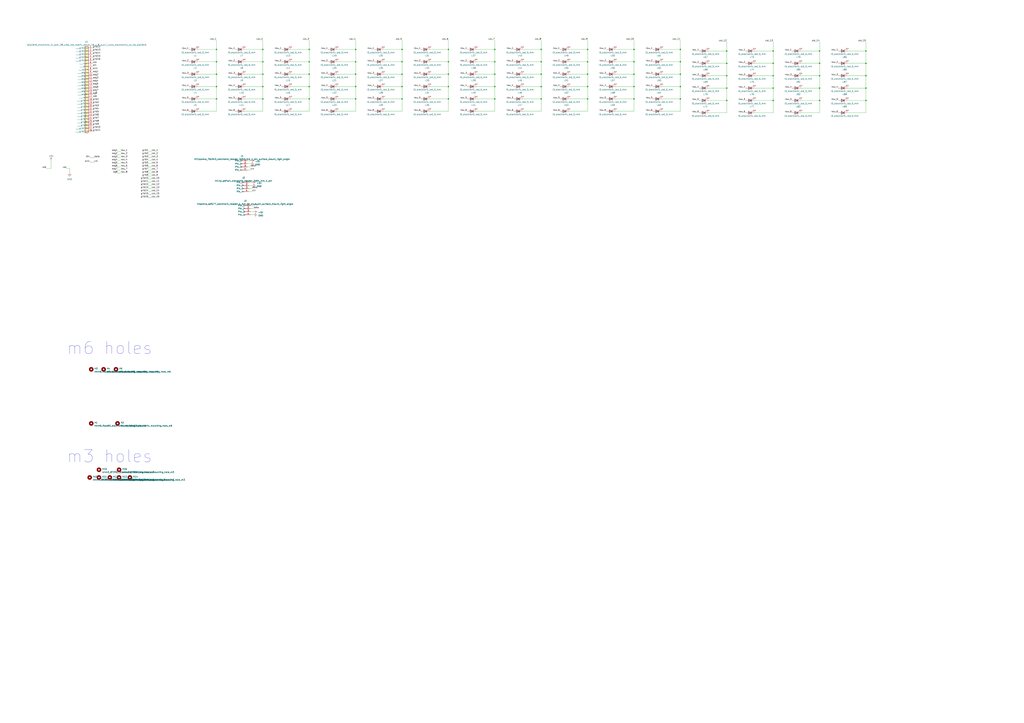
<source format=kicad_sch>
(kicad_sch (version 20230121) (generator eeschema)
  (paper "A1")
  (junction (at 330.2 71.12))
  (junction (at 482.6 81.28))
  (junction (at 673.1 82.55))
  (junction (at 330.2 81.28))
  (junction (at 330.2 50.8))
  (junction (at 368.3 71.12))
  (junction (at 520.7 60.96))
  (junction (at 254 40.64))
  (junction (at 177.8 60.96))
  (junction (at 368.3 81.28))
  (junction (at 482.6 40.64))
  (junction (at 520.7 81.28))
  (junction (at 177.8 71.12))
  (junction (at 177.8 81.28))
  (junction (at 292.1 60.96))
  (junction (at 368.3 40.64))
  (junction (at 444.5 60.96))
  (junction (at 635 52.07))
  (junction (at 215.9 81.28))
  (junction (at 482.6 71.12))
  (junction (at 711.2 72.39))
  (junction (at 482.6 60.96))
  (junction (at 596.9 41.91))
  (junction (at 596.9 62.23))
  (junction (at 711.2 52.07))
  (junction (at 673.1 72.39))
  (junction (at 368.3 50.8))
  (junction (at 520.7 71.12))
  (junction (at 177.8 40.64))
  (junction (at 330.2 40.64))
  (junction (at 254 81.28))
  (junction (at 215.9 60.96))
  (junction (at 292.1 50.8))
  (junction (at 558.8 71.12))
  (junction (at 482.6 50.8))
  (junction (at 558.8 60.96))
  (junction (at 330.2 60.96))
  (junction (at 673.1 52.07))
  (junction (at 406.4 81.28))
  (junction (at 596.9 52.07))
  (junction (at 520.7 40.64))
  (junction (at 711.2 41.91))
  (junction (at 635 41.91))
  (junction (at 635 82.55))
  (junction (at 635 62.23))
  (junction (at 444.5 81.28))
  (junction (at 558.8 81.28))
  (junction (at 673.1 41.91))
  (junction (at 444.5 40.64))
  (junction (at 558.8 50.8))
  (junction (at 292.1 40.64))
  (junction (at 254 50.8))
  (junction (at 292.1 71.12))
  (junction (at 215.9 40.64))
  (junction (at 444.5 50.8))
  (junction (at 558.8 40.64))
  (junction (at 292.1 81.28))
  (junction (at 368.3 60.96))
  (junction (at 177.8 50.8))
  (junction (at 673.1 62.23))
  (junction (at 711.2 62.23))
  (junction (at 406.4 50.8))
  (junction (at 444.5 71.12))
  (junction (at 635 72.39))
  (junction (at 215.9 50.8))
  (junction (at 406.4 40.64))
  (junction (at 520.7 50.8))
  (junction (at 596.9 72.39))
  (junction (at 254 60.96))
  (junction (at 406.4 60.96))
  (junction (at 254 71.12))
  (junction (at 215.9 71.12))
  (junction (at 406.4 71.12))
  (junction (at 711.2 82.55))
  (junction (at 596.9 82.55))
  (wire (pts (xy 482.6 50.8) (xy 482.6 60.96)))
  (wire (pts (xy 96.52 137.16) (xy 99.06 137.16)))
  (wire (pts (xy 96.52 129.54) (xy 99.06 129.54)))
  (wire (pts (xy 121.92 134.62) (xy 124.46 134.62)))
  (wire (pts (xy 276.86 40.64) (xy 292.1 40.64)))
  (wire (pts (xy 558.8 50.8) (xy 558.8 60.96)))
  (wire (pts (xy 406.4 40.64) (xy 406.4 50.8)))
  (wire (pts (xy 121.92 129.54) (xy 124.46 129.54)))
  (wire (pts (xy 391.16 40.64) (xy 406.4 40.64)))
  (wire (pts (xy 353.06 81.28) (xy 368.3 81.28)))
  (wire (pts (xy 505.46 50.8) (xy 520.7 50.8)))
  (wire (pts (xy 558.8 40.64) (xy 558.8 50.8)))
  (wire (pts (xy 482.6 71.12) (xy 482.6 81.28)))
  (wire (pts (xy 330.2 33.02) (xy 330.2 40.64)))
  (wire (pts (xy 292.1 40.64) (xy 292.1 50.8)))
  (wire (pts (xy 215.9 33.02) (xy 215.9 40.64)))
  (wire (pts (xy 215.9 81.28) (xy 215.9 91.44)))
  (wire (pts (xy 177.8 40.64) (xy 177.8 50.8)))
  (wire (pts (xy 203.2 137.16) (xy 205.74 137.16)))
  (wire (pts (xy 505.46 71.12) (xy 520.7 71.12)))
  (wire (pts (xy 635 62.23) (xy 635 72.39)))
  (wire (pts (xy 482.6 33.02) (xy 482.6 40.64)))
  (wire (pts (xy 635 82.55) (xy 635 92.71)))
  (wire (pts (xy 177.8 60.96) (xy 177.8 71.12)))
  (wire (pts (xy 657.86 62.23) (xy 673.1 62.23)))
  (wire (pts (xy 353.06 40.64) (xy 368.3 40.64)))
  (wire (pts (xy 177.8 71.12) (xy 177.8 81.28)))
  (wire (pts (xy 406.4 91.44) (xy 391.16 91.44)))
  (wire (pts (xy 543.56 50.8) (xy 558.8 50.8)))
  (wire (pts (xy 121.92 127) (xy 124.46 127)))
  (wire (pts (xy 57.15 142.24) (xy 57.15 138.43)))
  (wire (pts (xy 205.74 168.91) (xy 208.28 168.91)))
  (wire (pts (xy 520.7 40.64) (xy 520.7 50.8)))
  (wire (pts (xy 314.96 81.28) (xy 330.2 81.28)))
  (wire (pts (xy 73.66 133.35) (xy 77.47 133.35)))
  (wire (pts (xy 162.56 60.96) (xy 177.8 60.96)))
  (wire (pts (xy 543.56 40.64) (xy 558.8 40.64)))
  (wire (pts (xy 205.74 173.99) (xy 208.28 173.99)))
  (wire (pts (xy 254 81.28) (xy 254 91.44)))
  (wire (pts (xy 673.1 82.55) (xy 673.1 92.71)))
  (wire (pts (xy 520.7 33.02) (xy 520.7 40.64)))
  (wire (pts (xy 391.16 81.28) (xy 406.4 81.28)))
  (wire (pts (xy 215.9 60.96) (xy 215.9 71.12)))
  (wire (pts (xy 558.8 81.28) (xy 558.8 91.44)))
  (wire (pts (xy 200.66 40.64) (xy 215.9 40.64)))
  (wire (pts (xy 596.9 92.71) (xy 581.66 92.71)))
  (wire (pts (xy 581.66 82.55) (xy 596.9 82.55)))
  (wire (pts (xy 406.4 50.8) (xy 406.4 60.96)))
  (wire (pts (xy 444.5 50.8) (xy 444.5 60.96)))
  (wire (pts (xy 238.76 50.8) (xy 254 50.8)))
  (wire (pts (xy 619.76 72.39) (xy 635 72.39)))
  (wire (pts (xy 203.2 132.08) (xy 205.74 132.08)))
  (wire (pts (xy 711.2 72.39) (xy 711.2 82.55)))
  (wire (pts (xy 429.26 40.64) (xy 444.5 40.64)))
  (wire (pts (xy 619.76 82.55) (xy 635 82.55)))
  (wire (pts (xy 711.2 52.07) (xy 711.2 62.23)))
  (wire (pts (xy 330.2 50.8) (xy 330.2 60.96)))
  (wire (pts (xy 520.7 50.8) (xy 520.7 60.96)))
  (wire (pts (xy 353.06 71.12) (xy 368.3 71.12)))
  (wire (pts (xy 467.36 40.64) (xy 482.6 40.64)))
  (wire (pts (xy 520.7 60.96) (xy 520.7 71.12)))
  (wire (pts (xy 673.1 52.07) (xy 673.1 62.23)))
  (wire (pts (xy 406.4 81.28) (xy 406.4 91.44)))
  (wire (pts (xy 238.76 81.28) (xy 254 81.28)))
  (wire (pts (xy 619.76 41.91) (xy 635 41.91)))
  (wire (pts (xy 238.76 60.96) (xy 254 60.96)))
  (wire (pts (xy 200.66 50.8) (xy 215.9 50.8)))
  (wire (pts (xy 353.06 60.96) (xy 368.3 60.96)))
  (wire (pts (xy 673.1 92.71) (xy 657.86 92.71)))
  (wire (pts (xy 406.4 71.12) (xy 406.4 81.28)))
  (wire (pts (xy 444.5 81.28) (xy 444.5 91.44)))
  (wire (pts (xy 121.92 160.02) (xy 124.46 160.02)))
  (wire (pts (xy 596.9 82.55) (xy 596.9 92.71)))
  (wire (pts (xy 635 92.71) (xy 619.76 92.71)))
  (wire (pts (xy 254 91.44) (xy 238.76 91.44)))
  (wire (pts (xy 330.2 71.12) (xy 330.2 81.28)))
  (wire (pts (xy 406.4 60.96) (xy 406.4 71.12)))
  (wire (pts (xy 444.5 71.12) (xy 444.5 81.28)))
  (wire (pts (xy 204.47 152.4) (xy 207.01 152.4)))
  (wire (pts (xy 520.7 81.28) (xy 520.7 91.44)))
  (wire (pts (xy 368.3 40.64) (xy 368.3 50.8)))
  (wire (pts (xy 121.92 149.86) (xy 124.46 149.86)))
  (wire (pts (xy 673.1 41.91) (xy 673.1 52.07)))
  (wire (pts (xy 673.1 72.39) (xy 673.1 82.55)))
  (wire (pts (xy 543.56 71.12) (xy 558.8 71.12)))
  (wire (pts (xy 505.46 60.96) (xy 520.7 60.96)))
  (wire (pts (xy 200.66 60.96) (xy 215.9 60.96)))
  (wire (pts (xy 330.2 40.64) (xy 330.2 50.8)))
  (wire (pts (xy 121.92 139.7) (xy 124.46 139.7)))
  (wire (pts (xy 635 52.07) (xy 635 62.23)))
  (wire (pts (xy 596.9 34.29) (xy 596.9 41.91)))
  (wire (pts (xy 558.8 91.44) (xy 543.56 91.44)))
  (wire (pts (xy 254 33.02) (xy 254 40.64)))
  (wire (pts (xy 581.66 72.39) (xy 596.9 72.39)))
  (wire (pts (xy 96.52 124.46) (xy 99.06 124.46)))
  (wire (pts (xy 330.2 81.28) (xy 330.2 91.44)))
  (wire (pts (xy 635 41.91) (xy 635 52.07)))
  (wire (pts (xy 177.8 50.8) (xy 177.8 60.96)))
  (wire (pts (xy 482.6 91.44) (xy 467.36 91.44)))
  (wire (pts (xy 558.8 33.02) (xy 558.8 40.64)))
  (wire (pts (xy 429.26 81.28) (xy 444.5 81.28)))
  (wire (pts (xy 482.6 40.64) (xy 482.6 50.8)))
  (wire (pts (xy 673.1 62.23) (xy 673.1 72.39)))
  (wire (pts (xy 204.47 154.94) (xy 207.01 154.94)))
  (wire (pts (xy 695.96 52.07) (xy 711.2 52.07)))
  (wire (pts (xy 368.3 50.8) (xy 368.3 60.96)))
  (wire (pts (xy 406.4 33.02) (xy 406.4 40.64)))
  (wire (pts (xy 121.92 152.4) (xy 124.46 152.4)))
  (wire (pts (xy 96.52 134.62) (xy 99.06 134.62)))
  (wire (pts (xy 292.1 71.12) (xy 292.1 81.28)))
  (wire (pts (xy 204.47 157.48) (xy 207.01 157.48)))
  (wire (pts (xy 96.52 142.24) (xy 99.06 142.24)))
  (wire (pts (xy 121.92 147.32) (xy 124.46 147.32)))
  (wire (pts (xy 238.76 40.64) (xy 254 40.64)))
  (wire (pts (xy 254 60.96) (xy 254 71.12)))
  (wire (pts (xy 177.8 91.44) (xy 162.56 91.44)))
  (wire (pts (xy 711.2 82.55) (xy 711.2 92.71)))
  (wire (pts (xy 200.66 71.12) (xy 215.9 71.12)))
  (wire (pts (xy 314.96 50.8) (xy 330.2 50.8)))
  (wire (pts (xy 276.86 81.28) (xy 292.1 81.28)))
  (wire (pts (xy 581.66 41.91) (xy 596.9 41.91)))
  (wire (pts (xy 444.5 60.96) (xy 444.5 71.12)))
  (wire (pts (xy 482.6 81.28) (xy 482.6 91.44)))
  (wire (pts (xy 200.66 81.28) (xy 215.9 81.28)))
  (wire (pts (xy 391.16 50.8) (xy 406.4 50.8)))
  (wire (pts (xy 505.46 40.64) (xy 520.7 40.64)))
  (wire (pts (xy 429.26 50.8) (xy 444.5 50.8)))
  (wire (pts (xy 657.86 41.91) (xy 673.1 41.91)))
  (wire (pts (xy 695.96 41.91) (xy 711.2 41.91)))
  (wire (pts (xy 41.91 138.43) (xy 38.1 138.43)))
  (wire (pts (xy 205.74 176.53) (xy 208.28 176.53)))
  (wire (pts (xy 391.16 71.12) (xy 406.4 71.12)))
  (wire (pts (xy 429.26 60.96) (xy 444.5 60.96)))
  (wire (pts (xy 121.92 154.94) (xy 124.46 154.94)))
  (wire (pts (xy 368.3 60.96) (xy 368.3 71.12)))
  (wire (pts (xy 368.3 71.12) (xy 368.3 81.28)))
  (wire (pts (xy 467.36 50.8) (xy 482.6 50.8)))
  (wire (pts (xy 121.92 162.56) (xy 124.46 162.56)))
  (wire (pts (xy 635 72.39) (xy 635 82.55)))
  (wire (pts (xy 711.2 41.91) (xy 711.2 52.07)))
  (wire (pts (xy 444.5 40.64) (xy 444.5 50.8)))
  (wire (pts (xy 657.86 72.39) (xy 673.1 72.39)))
  (wire (pts (xy 162.56 40.64) (xy 177.8 40.64)))
  (wire (pts (xy 177.8 33.02) (xy 177.8 40.64)))
  (wire (pts (xy 596.9 52.07) (xy 596.9 62.23)))
  (wire (pts (xy 467.36 60.96) (xy 482.6 60.96)))
  (wire (pts (xy 254 71.12) (xy 254 81.28)))
  (wire (pts (xy 558.8 71.12) (xy 558.8 81.28)))
  (wire (pts (xy 121.92 144.78) (xy 124.46 144.78)))
  (wire (pts (xy 276.86 60.96) (xy 292.1 60.96)))
  (wire (pts (xy 314.96 40.64) (xy 330.2 40.64)))
  (wire (pts (xy 205.74 171.45) (xy 208.28 171.45)))
  (wire (pts (xy 581.66 52.07) (xy 596.9 52.07)))
  (wire (pts (xy 254 40.64) (xy 254 50.8)))
  (wire (pts (xy 177.8 81.28) (xy 177.8 91.44)))
  (wire (pts (xy 215.9 91.44) (xy 200.66 91.44)))
  (wire (pts (xy 444.5 33.02) (xy 444.5 40.64)))
  (wire (pts (xy 353.06 50.8) (xy 368.3 50.8)))
  (wire (pts (xy 96.52 132.08) (xy 99.06 132.08)))
  (wire (pts (xy 41.91 132.08) (xy 41.91 138.43)))
  (wire (pts (xy 505.46 81.28) (xy 520.7 81.28)))
  (wire (pts (xy 121.92 124.46) (xy 124.46 124.46)))
  (wire (pts (xy 238.76 71.12) (xy 254 71.12)))
  (wire (pts (xy 254 50.8) (xy 254 60.96)))
  (wire (pts (xy 162.56 50.8) (xy 177.8 50.8)))
  (wire (pts (xy 596.9 41.91) (xy 596.9 52.07)))
  (wire (pts (xy 96.52 139.7) (xy 99.06 139.7)))
  (wire (pts (xy 162.56 81.28) (xy 177.8 81.28)))
  (wire (pts (xy 711.2 92.71) (xy 695.96 92.71)))
  (wire (pts (xy 121.92 132.08) (xy 124.46 132.08)))
  (wire (pts (xy 73.66 129.54) (xy 77.47 129.54)))
  (wire (pts (xy 444.5 91.44) (xy 429.26 91.44)))
  (wire (pts (xy 330.2 91.44) (xy 314.96 91.44)))
  (wire (pts (xy 292.1 91.44) (xy 276.86 91.44)))
  (wire (pts (xy 543.56 81.28) (xy 558.8 81.28)))
  (wire (pts (xy 368.3 33.02) (xy 368.3 40.64)))
  (wire (pts (xy 215.9 50.8) (xy 215.9 60.96)))
  (wire (pts (xy 596.9 72.39) (xy 596.9 82.55)))
  (wire (pts (xy 276.86 71.12) (xy 292.1 71.12)))
  (wire (pts (xy 204.47 149.86) (xy 207.01 149.86)))
  (wire (pts (xy 162.56 71.12) (xy 177.8 71.12)))
  (wire (pts (xy 292.1 33.02) (xy 292.1 40.64)))
  (wire (pts (xy 482.6 60.96) (xy 482.6 71.12)))
  (wire (pts (xy 520.7 91.44) (xy 505.46 91.44)))
  (wire (pts (xy 635 34.29) (xy 635 41.91)))
  (wire (pts (xy 292.1 60.96) (xy 292.1 71.12)))
  (wire (pts (xy 619.76 52.07) (xy 635 52.07)))
  (wire (pts (xy 467.36 71.12) (xy 482.6 71.12)))
  (wire (pts (xy 695.96 62.23) (xy 711.2 62.23)))
  (wire (pts (xy 121.92 157.48) (xy 124.46 157.48)))
  (wire (pts (xy 673.1 34.29) (xy 673.1 41.91)))
  (wire (pts (xy 292.1 81.28) (xy 292.1 91.44)))
  (wire (pts (xy 657.86 52.07) (xy 673.1 52.07)))
  (wire (pts (xy 429.26 71.12) (xy 444.5 71.12)))
  (wire (pts (xy 203.2 134.62) (xy 205.74 134.62)))
  (wire (pts (xy 215.9 40.64) (xy 215.9 50.8)))
  (wire (pts (xy 619.76 62.23) (xy 635 62.23)))
  (wire (pts (xy 543.56 60.96) (xy 558.8 60.96)))
  (wire (pts (xy 368.3 81.28) (xy 368.3 91.44)))
  (wire (pts (xy 330.2 60.96) (xy 330.2 71.12)))
  (wire (pts (xy 292.1 50.8) (xy 292.1 60.96)))
  (wire (pts (xy 314.96 60.96) (xy 330.2 60.96)))
  (wire (pts (xy 276.86 50.8) (xy 292.1 50.8)))
  (wire (pts (xy 314.96 71.12) (xy 330.2 71.12)))
  (wire (pts (xy 581.66 62.23) (xy 596.9 62.23)))
  (wire (pts (xy 711.2 34.29) (xy 711.2 41.91)))
  (wire (pts (xy 520.7 71.12) (xy 520.7 81.28)))
  (wire (pts (xy 695.96 82.55) (xy 711.2 82.55)))
  (wire (pts (xy 711.2 62.23) (xy 711.2 72.39)))
  (wire (pts (xy 596.9 62.23) (xy 596.9 72.39)))
  (wire (pts (xy 558.8 60.96) (xy 558.8 71.12)))
  (wire (pts (xy 121.92 137.16) (xy 124.46 137.16)))
  (wire (pts (xy 215.9 71.12) (xy 215.9 81.28)))
  (wire (pts (xy 203.2 139.7) (xy 205.74 139.7)))
  (wire (pts (xy 121.92 142.24) (xy 124.46 142.24)))
  (wire (pts (xy 657.86 82.55) (xy 673.1 82.55)))
  (wire (pts (xy 695.96 72.39) (xy 711.2 72.39)))
  (wire (pts (xy 467.36 81.28) (xy 482.6 81.28)))
  (wire (pts (xy 57.15 138.43) (xy 54.61 138.43)))
  (wire (pts (xy 368.3 91.44) (xy 353.06 91.44)))
  (wire (pts (xy 391.16 60.96) (xy 406.4 60.96)))
  (wire (pts (xy 96.52 127) (xy 99.06 127)))
  (text "m6 holes" (at 54.61 292.1 0) (effects (font (size 10 10)) (justify left bottom)))
  (text "m3 holes" (at 54.61 381 0) (effects (font (size 10 10)) (justify left bottom)))
  (label "grid13" (at 76.2 41.91 0))
  (label "seg3" (at 96.52 129.54 180))
  (label "clk" (at 207.01 157.48 0))
  (label "row_5" (at 307.34 81.28 180))
  (label "col_15" (at 711.2 34.29 180))
  (label "row_6" (at 345.44 91.44 180))
  (label "vdd" (at 38.1 138.43 180))
  (label "row_2" (at 383.54 50.8 180))
  (label "grid11" (at 76.2 107.95 0))
  (label "row_3" (at 650.24 62.23 180))
  (label "row_4" (at 688.34 72.39 180))
  (label "row_2" (at 535.94 50.8 180))
  (label "row_4" (at 497.84 71.12 180))
  (label "grid14" (at 121.92 157.48 180))
  (label "row_5" (at 231.14 81.28 180))
  (label "col_5" (at 330.2 33.02 180))
  (label "grid5" (at 76.2 92.71 0))
  (label "grid3" (at 121.92 129.54 180))
  (label "row_8" (at 99.06 142.24 0))
  (label "row_6" (at 650.24 92.71 180))
  (label "row_1" (at 574.04 41.91 180))
  (label "row_1" (at 459.74 40.64 180))
  (label "vss" (at 76.2 52.07 0))
  (label "grid15" (at 76.2 46.99 0))
  (label "col_8" (at 124.46 142.24 0))
  (label "grid16" (at 76.2 49.53 0))
  (label "row_1" (at 154.94 40.64 180))
  (label "grid4" (at 121.92 132.08 180))
  (label "row_4" (at 231.14 71.12 180))
  (label "seg5" (at 96.52 134.62 180))
  (label "grid10" (at 76.2 105.41 0))
  (label "row_3" (at 497.84 60.96 180))
  (label "clk" (at 77.47 133.35 0))
  (label "row_1" (at 269.24 40.64 180))
  (label "row_6" (at 99.06 137.16 0))
  (label "row_3" (at 193.04 60.96 180))
  (label "row_3" (at 345.44 60.96 180))
  (label "row_6" (at 231.14 91.44 180))
  (label "row_5" (at 154.94 81.28 180))
  (label "clk" (at 205.74 139.7 0))
  (label "row_6" (at 269.24 91.44 180))
  (label "col_10" (at 520.7 33.02 180))
  (label "row_4" (at 459.74 71.12 180))
  (label "seg6" (at 76.2 72.39 0))
  (label "grid5" (at 121.92 134.62 180))
  (label "sclk" (at 73.66 133.35 180))
  (label "row_6" (at 497.84 91.44 180))
  (label "din" (at 76.2 54.61 0))
  (label "row_1" (at 345.44 40.64 180))
  (label "col_7" (at 124.46 139.7 0))
  (label "row_6" (at 307.34 91.44 180))
  (label "grid8" (at 76.2 100.33 0))
  (label "col_16" (at 124.46 162.56 0))
  (label "seg7" (at 96.52 139.7 180))
  (label "row_3" (at 688.34 62.23 180))
  (label "data" (at 77.47 129.54 0))
  (label "col_9" (at 482.6 33.02 180))
  (label "row_5" (at 421.64 81.28 180))
  (label "row_2" (at 688.34 52.07 180))
  (label "row_3" (at 612.14 62.23 180))
  (label "col_1" (at 124.46 124.46 0))
  (label "row_4" (at 154.94 71.12 180))
  (label "grid12" (at 76.2 39.37 0))
  (label "col_14" (at 124.46 157.48 0))
  (label "col_12" (at 596.9 34.29 180))
  (label "seg7" (at 76.2 74.93 0))
  (label "col_15" (at 124.46 160.02 0))
  (label "row_5" (at 269.24 81.28 180))
  (label "grid9" (at 76.2 102.87 0))
  (label "row_3" (at 269.24 60.96 180))
  (label "row_4" (at 535.94 71.12 180))
  (label "grid7" (at 76.2 97.79 0))
  (label "col_7" (at 406.4 33.02 180))
  (label "row_1" (at 193.04 40.64 180))
  (label "col_14" (at 673.1 34.29 180))
  (label "col_3" (at 254 33.02 180))
  (label "row_3" (at 231.14 60.96 180))
  (label "row_2" (at 269.24 50.8 180))
  (label "seg2" (at 96.52 127 180))
  (label "grid4" (at 76.2 90.17 0))
  (label "col_8" (at 444.5 33.02 180))
  (label "row_2" (at 421.64 50.8 180))
  (label "row_6" (at 193.04 91.44 180))
  (label "row_4" (at 650.24 72.39 180))
  (label "col_4" (at 292.1 33.02 180))
  (label "row_1" (at 535.94 40.64 180))
  (label "row_1" (at 231.14 40.64 180))
  (label "row_7" (at 99.06 139.7 0))
  (label "col_6" (at 368.3 33.02 180))
  (label "row_2" (at 459.74 50.8 180))
  (label "row_6" (at 383.54 91.44 180))
  (label "col_1" (at 177.8 33.02 180))
  (label "col_13" (at 635 34.29 180))
  (label "grid2" (at 121.92 127 180))
  (label "grid12" (at 121.92 152.4 180))
  (label "grid6" (at 121.92 137.16 180))
  (label "row_5" (at 383.54 81.28 180))
  (label "row_2" (at 574.04 52.07 180))
  (label "row_1" (at 421.64 40.64 180))
  (label "grid1" (at 76.2 82.55 0))
  (label "row_5" (at 497.84 81.28 180))
  (label "col_13" (at 124.46 154.94 0))
  (label "row_5" (at 612.14 82.55 180))
  (label "grid6" (at 76.2 95.25 0))
  (label "row_4" (at 383.54 71.12 180))
  (label "row_4" (at 193.04 71.12 180))
  (label "row_4" (at 421.64 71.12 180))
  (label "row_4" (at 612.14 72.39 180))
  (label "row_3" (at 99.06 129.54 0))
  (label "grid10" (at 121.92 147.32 180))
  (label "col_11" (at 124.46 149.86 0))
  (label "grid8" (at 121.92 142.24 180))
  (label "seg1" (at 96.52 124.46 180))
  (label "row_4" (at 574.04 72.39 180))
  (label "grid13" (at 121.92 154.94 180))
  (label "data" (at 208.28 171.45 0))
  (label "seg4" (at 76.2 67.31 0))
  (label "grid9" (at 121.92 144.78 180))
  (label "row_1" (at 612.14 41.91 180))
  (label "grid2" (at 76.2 85.09 0))
  (label "data" (at 207.01 154.94 0))
  (label "row_3" (at 154.94 60.96 180))
  (label "grid1" (at 121.92 124.46 180))
  (label "row_4" (at 307.34 71.12 180))
  (label "sclk" (at 76.2 57.15 0))
  (label "row_5" (at 650.24 82.55 180))
  (label "row_1" (at 383.54 40.64 180))
  (label "row_6" (at 421.64 91.44 180))
  (label "row_4" (at 345.44 71.12 180))
  (label "row_5" (at 574.04 82.55 180))
  (label "row_3" (at 383.54 60.96 180))
  (label "row_5" (at 193.04 81.28 180))
  (label "col_6" (at 124.46 137.16 0))
  (label "grid11" (at 121.92 149.86 180))
  (label "row_6" (at 688.34 92.71 180))
  (label "vdd" (at 76.2 80.01 0))
  (label "row_4" (at 99.06 132.08 0))
  (label "row_5" (at 535.94 81.28 180))
  (label "row_5" (at 688.34 82.55 180))
  (label "row_6" (at 574.04 92.71 180))
  (label "row_3" (at 574.04 62.23 180))
  (label "row_2" (at 99.06 127 0))
  (label "row_1" (at 307.34 40.64 180))
  (label "seg6" (at 96.52 137.16 180))
  (label "data" (at 205.74 137.16 0))
  (label "row_6" (at 612.14 92.71 180))
  (label "seg3" (at 76.2 64.77 0))
  (label "vss" (at 54.61 138.43 180))
  (label "grid7" (at 121.92 139.7 180))
  (label "col_5" (at 124.46 134.62 0))
  (label "din" (at 73.66 129.54 180))
  (label "seg5" (at 76.2 69.85 0))
  (label "grid16" (at 121.92 162.56 180))
  (label "seg4" (at 96.52 132.08 180))
  (label "col_2" (at 215.9 33.02 180))
  (label "grid15" (at 121.92 160.02 180))
  (label "col_2" (at 124.46 127 0))
  (label "row_5" (at 459.74 81.28 180))
  (label "row_2" (at 345.44 50.8 180))
  (label "col_11" (at 558.8 33.02 180))
  (label "grid3" (at 76.2 87.63 0))
  (label "row_1" (at 650.24 41.91 180))
  (label "row_5" (at 99.06 134.62 0))
  (label "row_6" (at 459.74 91.44 180))
  (label "row_1" (at 497.84 40.64 180))
  (label "col_4" (at 124.46 132.08 0))
  (label "eg8" (at 76.2 77.47 0))
  (label "row_2" (at 231.14 50.8 180))
  (label "row_3" (at 307.34 60.96 180))
  (label "row_2" (at 650.24 52.07 180))
  (label "col_3" (at 124.46 129.54 0))
  (label "seg1" (at 76.2 59.69 0))
  (label "grid14" (at 76.2 44.45 0))
  (label "col_12" (at 124.46 152.4 0))
  (label "row_4" (at 269.24 71.12 180))
  (label "row_3" (at 459.74 60.96 180))
  (label "row_2" (at 154.94 50.8 180))
  (label "row_6" (at 154.94 91.44 180))
  (label "eg8" (at 96.52 142.24 180))
  (label "row_2" (at 193.04 50.8 180))
  (label "row_1" (at 99.06 124.46 0))
  (label "col_10" (at 124.46 147.32 0))
  (label "row_3" (at 535.94 60.96 180))
  (label "row_2" (at 307.34 50.8 180))
  (label "row_3" (at 421.64 60.96 180))
  (label "clk" (at 208.28 168.91 0))
  (label "row_5" (at 345.44 81.28 180))
  (label "row_1" (at 688.34 41.91 180))
  (label "row_2" (at 497.84 50.8 180))
  (label "row_2" (at 612.14 52.07 180))
  (label "row_6" (at 535.94 91.44 180))
  (label "col_9" (at 124.46 144.78 0))
  (label "seg2" (at 76.2 62.23 0))
  (symbol (lib_id "oomlout_oomp_kicad_symbols:l5_7297cd_electronic_led_5_mm") (at 425.45 50.8 180) (unit 1)
    (property "Reference" "L44" (at 427.0375 55.88 0))
    (property "Value" "l5_electronic_led_5_mm" (at 427.0375 53.34 0))
    (property "Footprint" "oomlout_oomp_footprints:l5_7297cd_electronic_led_5_mm" (effects hide))
    (property "Datasheet" "https://github.com/oomlout/oomlout_oomp_v3/parts/electronic_led_5_mm/datasheet.pdf" (effects hide))
  )
  (symbol (lib_id "oomlout_oomp_kicad_symbols:l5_7297cd_electronic_led_5_mm") (at 158.75 40.64 180) (unit 1)
    (property "Reference" "L1" (at 160.3375 45.72 0))
    (property "Value" "l5_electronic_led_5_mm" (at 160.3375 43.18 0))
    (property "Footprint" "oomlout_oomp_footprints:l5_7297cd_electronic_led_5_mm" (effects hide))
    (property "Datasheet" "https://github.com/oomlout/oomlout_oomp_v3/parts/electronic_led_5_mm/datasheet.pdf" (effects hide))
  )
  (symbol (lib_id "oomlout_oomp_kicad_symbols:l5_7297cd_electronic_led_5_mm") (at 539.75 81.28 180) (unit 1)
    (property "Reference" "L65" (at 541.3375 86.36 0))
    (property "Value" "l5_electronic_led_5_mm" (at 541.3375 83.82 0))
    (property "Footprint" "oomlout_oomp_footprints:l5_7297cd_electronic_led_5_mm" (effects hide))
    (property "Datasheet" "https://github.com/oomlout/oomlout_oomp_v3/parts/electronic_led_5_mm/datasheet.pdf" (effects hide))
  )
  (symbol (lib_id "oomlout_oomp_kicad_symbols:mhm6_fbea65_electronic_mounting_hole_m6") (at 74.93 303.53 0) (unit 1)
    (property "Reference" "H3" (at 77.47 302.895 0) (effects (justify left)))
    (property "Value" "mhm6_fbea65_electronic_mounting_hole_m6" (at 77.47 305.435 0) (effects (justify left)))
    (property "Footprint" "oomlout_oomp_footprints:mhm6_fbea65_electronic_mounting_hole_m6" (effects hide))
    (property "Datasheet" "https://github.com/oomlout/oomlout_oomp_v3/parts/electronic_mounting_hole_m6/datasheet.pdf" (effects hide))
  )
  (symbol (lib_id "oomlout_oomp_kicad_symbols:l5_7297cd_electronic_led_5_mm") (at 501.65 50.8 180) (unit 1)
    (property "Reference" "L56" (at 503.2375 55.88 0))
    (property "Value" "l5_electronic_led_5_mm" (at 503.2375 53.34 0))
    (property "Footprint" "oomlout_oomp_footprints:l5_7297cd_electronic_led_5_mm" (effects hide))
    (property "Datasheet" "https://github.com/oomlout/oomlout_oomp_v3/parts/electronic_led_5_mm/datasheet.pdf" (effects hide))
  )
  (symbol (lib_id "oomlout_oomp_kicad_symbols:l5_7297cd_electronic_led_5_mm") (at 311.15 40.64 180) (unit 1)
    (property "Reference" "L25" (at 312.7375 45.72 0))
    (property "Value" "l5_electronic_led_5_mm" (at 312.7375 43.18 0))
    (property "Footprint" "oomlout_oomp_footprints:l5_7297cd_electronic_led_5_mm" (effects hide))
    (property "Datasheet" "https://github.com/oomlout/oomlout_oomp_v3/parts/electronic_led_5_mm/datasheet.pdf" (effects hide))
  )
  (symbol (lib_id "oomlout_oomp_kicad_symbols:mhm6_fbea65_electronic_mounting_hole_m6") (at 85.09 303.53 0) (unit 1)
    (property "Reference" "H4" (at 87.63 302.895 0) (effects (justify left)))
    (property "Value" "mhm6_fbea65_electronic_mounting_hole_m6" (at 87.63 305.435 0) (effects (justify left)))
    (property "Footprint" "oomlout_oomp_footprints:mhm6_fbea65_electronic_mounting_hole_m6" (effects hide))
    (property "Datasheet" "https://github.com/oomlout/oomlout_oomp_v3/parts/electronic_mounting_hole_m6/datasheet.pdf" (effects hide))
  )
  (symbol (lib_id "oomlout_oomp_kicad_symbols:l5_7297cd_electronic_led_5_mm") (at 349.25 71.12 180) (unit 1)
    (property "Reference" "L34" (at 350.8375 76.2 0))
    (property "Value" "l5_electronic_led_5_mm" (at 350.8375 73.66 0))
    (property "Footprint" "oomlout_oomp_footprints:l5_7297cd_electronic_led_5_mm" (effects hide))
    (property "Datasheet" "https://github.com/oomlout/oomlout_oomp_v3/parts/electronic_led_5_mm/datasheet.pdf" (effects hide))
  )
  (symbol (lib_id "oomlout_oomp_kicad_symbols:l5_7297cd_electronic_led_5_mm") (at 234.95 71.12 180) (unit 1)
    (property "Reference" "L16" (at 236.5375 76.2 0))
    (property "Value" "l5_electronic_led_5_mm" (at 236.5375 73.66 0))
    (property "Footprint" "oomlout_oomp_footprints:l5_7297cd_electronic_led_5_mm" (effects hide))
    (property "Datasheet" "https://github.com/oomlout/oomlout_oomp_v3/parts/electronic_led_5_mm/datasheet.pdf" (effects hide))
  )
  (symbol (lib_id "oomlout_oomp_kicad_symbols:l5_7297cd_electronic_led_5_mm") (at 273.05 50.8 180) (unit 1)
    (property "Reference" "L20" (at 274.6375 55.88 0))
    (property "Value" "l5_electronic_led_5_mm" (at 274.6375 53.34 0))
    (property "Footprint" "oomlout_oomp_footprints:l5_7297cd_electronic_led_5_mm" (effects hide))
    (property "Datasheet" "https://github.com/oomlout/oomlout_oomp_v3/parts/electronic_led_5_mm/datasheet.pdf" (effects hide))
  )
  (symbol (lib_id "power:+5V") (at 41.91 132.08 0) (unit 1)
    (property "Reference" "#PWR01" (effects hide))
    (property "Value" "+5V" (at 41.91 128.27 0))
  )
  (symbol (lib_id "oomlout_oomp_kicad_symbols:l5_7297cd_electronic_led_5_mm") (at 539.75 71.12 180) (unit 1)
    (property "Reference" "L64" (at 541.3375 76.2 0))
    (property "Value" "l5_electronic_led_5_mm" (at 541.3375 73.66 0))
    (property "Footprint" "oomlout_oomp_footprints:l5_7297cd_electronic_led_5_mm" (effects hide))
    (property "Datasheet" "https://github.com/oomlout/oomlout_oomp_v3/parts/electronic_led_5_mm/datasheet.pdf" (effects hide))
  )
  (symbol (lib_id "oomlout_oomp_kicad_symbols:l5_7297cd_electronic_led_5_mm") (at 501.65 91.44 180) (unit 1)
    (property "Reference" "L60" (effects hide))
    (property "Value" "l5_electronic_led_5_mm" (at 503.2375 93.98 0))
    (property "Footprint" "oomlout_oomp_footprints:l5_7297cd_electronic_led_5_mm" (effects hide))
    (property "Datasheet" "https://github.com/oomlout/oomlout_oomp_v3/parts/electronic_led_5_mm/datasheet.pdf" (effects hide))
  )
  (symbol (lib_id "oomlout_oomp_kicad_symbols:l5_7297cd_electronic_led_5_mm") (at 654.05 82.55 180) (unit 1)
    (property "Reference" "L83" (at 655.6375 87.63 0))
    (property "Value" "l5_electronic_led_5_mm" (at 655.6375 85.09 0))
    (property "Footprint" "oomlout_oomp_footprints:l5_7297cd_electronic_led_5_mm" (effects hide))
    (property "Datasheet" "https://github.com/oomlout/oomlout_oomp_v3/parts/electronic_led_5_mm/datasheet.pdf" (effects hide))
  )
  (symbol (lib_id "oomlout_oomp_kicad_symbols:l5_7297cd_electronic_led_5_mm") (at 196.85 91.44 180) (unit 1)
    (property "Reference" "L12" (effects hide))
    (property "Value" "l5_electronic_led_5_mm" (at 198.4375 93.98 0))
    (property "Footprint" "oomlout_oomp_footprints:l5_7297cd_electronic_led_5_mm" (effects hide))
    (property "Datasheet" "https://github.com/oomlout/oomlout_oomp_v3/parts/electronic_led_5_mm/datasheet.pdf" (effects hide))
  )
  (symbol (lib_id "oomlout_oomp_kicad_symbols:mhm3_872f01_electronic_mounting_hole_m3") (at 97.79 386.08 0) (unit 1)
    (property "Reference" "H16" (at 100.33 385.445 0) (effects (justify left)))
    (property "Value" "mhm3_872f01_electronic_mounting_hole_m3" (at 100.33 387.985 0) (effects (justify left)))
    (property "Footprint" "oomlout_oomp_footprints:mhm3_872f01_electronic_mounting_hole_m3" (effects hide))
    (property "Datasheet" "https://github.com/oomlout/oomlout_oomp_v3/parts/electronic_mounting_hole_m3/datasheet.pdf" (effects hide))
  )
  (symbol (lib_id "oomlout_oomp_kicad_symbols:l5_7297cd_electronic_led_5_mm") (at 539.75 50.8 180) (unit 1)
    (property "Reference" "L62" (at 541.3375 55.88 0))
    (property "Value" "l5_electronic_led_5_mm" (at 541.3375 53.34 0))
    (property "Footprint" "oomlout_oomp_footprints:l5_7297cd_electronic_led_5_mm" (effects hide))
    (property "Datasheet" "https://github.com/oomlout/oomlout_oomp_v3/parts/electronic_led_5_mm/datasheet.pdf" (effects hide))
  )
  (symbol (lib_id "oomlout_oomp_kicad_symbols:l5_7297cd_electronic_led_5_mm") (at 577.85 41.91 180) (unit 1)
    (property "Reference" "L67" (at 579.4375 46.99 0))
    (property "Value" "l5_electronic_led_5_mm" (at 579.4375 44.45 0))
    (property "Footprint" "oomlout_oomp_footprints:l5_7297cd_electronic_led_5_mm" (effects hide))
    (property "Datasheet" "https://github.com/oomlout/oomlout_oomp_v3/parts/electronic_led_5_mm/datasheet.pdf" (effects hide))
  )
  (symbol (lib_id "oomlout_oomp_kicad_symbols:mhm3_872f01_electronic_mounting_hole_m3") (at 73.66 392.43 0) (unit 1)
    (property "Reference" "H10" (at 76.2 391.795 0) (effects (justify left)))
    (property "Value" "mhm3_872f01_electronic_mounting_hole_m3" (at 76.2 394.335 0) (effects (justify left)))
    (property "Footprint" "oomlout_oomp_footprints:mhm3_872f01_electronic_mounting_hole_m3" (effects hide))
    (property "Datasheet" "https://github.com/oomlout/oomlout_oomp_v3/parts/electronic_mounting_hole_m3/datasheet.pdf" (effects hide))
  )
  (symbol (lib_id "oomlout_oomp_kicad_symbols:l5_7297cd_electronic_led_5_mm") (at 539.75 91.44 180) (unit 1)
    (property "Reference" "L66" (effects hide))
    (property "Value" "l5_electronic_led_5_mm" (at 541.3375 93.98 0))
    (property "Footprint" "oomlout_oomp_footprints:l5_7297cd_electronic_led_5_mm" (effects hide))
    (property "Datasheet" "https://github.com/oomlout/oomlout_oomp_v3/parts/electronic_led_5_mm/datasheet.pdf" (effects hide))
  )
  (symbol (lib_id "oomlout_oomp_kicad_symbols:mhm6_fbea65_electronic_mounting_hole_m6") (at 74.93 347.98 0) (unit 1)
    (property "Reference" "H1" (at 77.47 347.345 0) (effects (justify left)))
    (property "Value" "mhm6_fbea65_electronic_mounting_hole_m6" (at 77.47 349.885 0) (effects (justify left)))
    (property "Footprint" "oomlout_oomp_footprints:mhm6_fbea65_electronic_mounting_hole_m6" (effects hide))
    (property "Datasheet" "https://github.com/oomlout/oomlout_oomp_v3/parts/electronic_mounting_hole_m6/datasheet.pdf" (effects hide))
  )
  (symbol (lib_id "oomlout_oomp_kicad_symbols:l5_7297cd_electronic_led_5_mm") (at 692.15 52.07 180) (unit 1)
    (property "Reference" "L86" (at 693.7375 57.15 0))
    (property "Value" "l5_electronic_led_5_mm" (at 693.7375 54.61 0))
    (property "Footprint" "oomlout_oomp_footprints:l5_7297cd_electronic_led_5_mm" (effects hide))
    (property "Datasheet" "https://github.com/oomlout/oomlout_oomp_v3/parts/electronic_led_5_mm/datasheet.pdf" (effects hide))
  )
  (symbol (lib_id "oomlout_oomp_kicad_symbols:h4psmra_adfe77_electronic_header_1_mm_jst_sh_4_pin_surface_mount_right_angle") (at 200.66 171.45 0) (unit 1)
    (property "Reference" "J3" (at 201.295 165.1 0))
    (property "Value" "h4psmra_adfe77_electronic_header_1_mm_jst_sh_4_pin_surface_mount_right_angle" (at 201.295 167.64 0))
    (property "Footprint" "oomlout_oomp_footprints:h4psmra_adfe77_electronic_header_1_mm_jst_sh_4_pin_surface_mount_right_angle" (effects hide))
    (property "Datasheet" "https://github.com/oomlout/oomlout_oomp_v3/parts/electronic_header_1_mm_jst_sh_4_pin_surface_mount_right_angle/datasheet.pdf" (effects hide))
  )
  (symbol (lib_id "oomlout_oomp_kicad_symbols:l5_7297cd_electronic_led_5_mm") (at 501.65 60.96 180) (unit 1)
    (property "Reference" "L57" (at 503.2375 66.04 0))
    (property "Value" "l5_electronic_led_5_mm" (at 503.2375 63.5 0))
    (property "Footprint" "oomlout_oomp_footprints:l5_7297cd_electronic_led_5_mm" (effects hide))
    (property "Datasheet" "https://github.com/oomlout/oomlout_oomp_v3/parts/electronic_led_5_mm/datasheet.pdf" (effects hide))
  )
  (symbol (lib_id "oomlout_oomp_kicad_symbols:iaip1640_fe0f02_electronic_ic_soic_28_wide_led_matrix_driver_16_x_8_wuxi_i_core_electronics_co_ltd_aip1640") (at 71.12 72.39 0) (mirror y) (unit 1)
    (property "Reference" "U1" (at 71.12 34.29 0))
    (property "Value" "iaip1640_electronic_ic_soic_28_wide_led_matrix_driver_16_x_8_wuxi_i_core_electronics_co_ltd_aip1640" (at 71.12 36.83 0))
    (property "Footprint" "oomlout_oomp_footprints:iaip1640_fe0f02_electronic_ic_soic_28_wide_led_matrix_driver_16_x_8_wuxi_i_core_electronics_co_ltd_aip1640" (effects hide))
    (property "Datasheet" "https://github.com/oomlout/oomlout_oomp_v3/parts/electronic_ic_soic_28_wide_led_matrix_driver_16_x_8_wuxi_i_core_electronics_co_ltd_aip1640/datasheet.pdf" (effects hide))
  )
  (symbol (lib_id "oomlout_oomp_kicad_symbols:l5_7297cd_electronic_led_5_mm") (at 158.75 91.44 180) (unit 1)
    (property "Reference" "L6" (effects hide))
    (property "Value" "l5_electronic_led_5_mm" (at 160.3375 93.98 0))
    (property "Footprint" "oomlout_oomp_footprints:l5_7297cd_electronic_led_5_mm" (effects hide))
    (property "Datasheet" "https://github.com/oomlout/oomlout_oomp_v3/parts/electronic_led_5_mm/datasheet.pdf" (effects hide))
  )
  (symbol (lib_id "power:+5V") (at 208.28 173.99 270) (unit 1)
    (property "Reference" "#PWR07" (effects hide))
    (property "Value" "+5V" (at 212.09 174.625 90) (effects (justify left)))
  )
  (symbol (lib_id "oomlout_oomp_kicad_symbols:l5_7297cd_electronic_led_5_mm") (at 349.25 91.44 180) (unit 1)
    (property "Reference" "L36" (effects hide))
    (property "Value" "l5_electronic_led_5_mm" (at 350.8375 93.98 0))
    (property "Footprint" "oomlout_oomp_footprints:l5_7297cd_electronic_led_5_mm" (effects hide))
    (property "Datasheet" "https://github.com/oomlout/oomlout_oomp_v3/parts/electronic_led_5_mm/datasheet.pdf" (effects hide))
  )
  (symbol (lib_id "oomlout_oomp_kicad_symbols:l5_7297cd_electronic_led_5_mm") (at 539.75 40.64 180) (unit 1)
    (property "Reference" "L61" (at 541.3375 45.72 0))
    (property "Value" "l5_electronic_led_5_mm" (at 541.3375 43.18 0))
    (property "Footprint" "oomlout_oomp_footprints:l5_7297cd_electronic_led_5_mm" (effects hide))
    (property "Datasheet" "https://github.com/oomlout/oomlout_oomp_v3/parts/electronic_led_5_mm/datasheet.pdf" (effects hide))
  )
  (symbol (lib_id "oomlout_oomp_kicad_symbols:mhm3_872f01_electronic_mounting_hole_m3") (at 81.28 392.43 0) (unit 1)
    (property "Reference" "H11" (at 83.82 391.795 0) (effects (justify left)))
    (property "Value" "mhm3_872f01_electronic_mounting_hole_m3" (at 83.82 394.335 0) (effects (justify left)))
    (property "Footprint" "oomlout_oomp_footprints:mhm3_872f01_electronic_mounting_hole_m3" (effects hide))
    (property "Datasheet" "https://github.com/oomlout/oomlout_oomp_v3/parts/electronic_mounting_hole_m3/datasheet.pdf" (effects hide))
  )
  (symbol (lib_id "oomlout_oomp_kicad_symbols:l5_7297cd_electronic_led_5_mm") (at 196.85 71.12 180) (unit 1)
    (property "Reference" "L10" (at 198.4375 76.2 0))
    (property "Value" "l5_electronic_led_5_mm" (at 198.4375 73.66 0))
    (property "Footprint" "oomlout_oomp_footprints:l5_7297cd_electronic_led_5_mm" (effects hide))
    (property "Datasheet" "https://github.com/oomlout/oomlout_oomp_v3/parts/electronic_led_5_mm/datasheet.pdf" (effects hide))
  )
  (symbol (lib_id "oomlout_oomp_kicad_symbols:l5_7297cd_electronic_led_5_mm") (at 463.55 40.64 180) (unit 1)
    (property "Reference" "L49" (at 465.1375 45.72 0))
    (property "Value" "l5_electronic_led_5_mm" (at 465.1375 43.18 0))
    (property "Footprint" "oomlout_oomp_footprints:l5_7297cd_electronic_led_5_mm" (effects hide))
    (property "Datasheet" "https://github.com/oomlout/oomlout_oomp_v3/parts/electronic_led_5_mm/datasheet.pdf" (effects hide))
  )
  (symbol (lib_id "oomlout_oomp_kicad_symbols:l5_7297cd_electronic_led_5_mm") (at 577.85 62.23 180) (unit 1)
    (property "Reference" "L69" (at 579.4375 67.31 0))
    (property "Value" "l5_electronic_led_5_mm" (at 579.4375 64.77 0))
    (property "Footprint" "oomlout_oomp_footprints:l5_7297cd_electronic_led_5_mm" (effects hide))
    (property "Datasheet" "https://github.com/oomlout/oomlout_oomp_v3/parts/electronic_led_5_mm/datasheet.pdf" (effects hide))
  )
  (symbol (lib_id "oomlout_oomp_kicad_symbols:l5_7297cd_electronic_led_5_mm") (at 692.15 62.23 180) (unit 1)
    (property "Reference" "L87" (at 693.7375 67.31 0))
    (property "Value" "l5_electronic_led_5_mm" (at 693.7375 64.77 0))
    (property "Footprint" "oomlout_oomp_footprints:l5_7297cd_electronic_led_5_mm" (effects hide))
    (property "Datasheet" "https://github.com/oomlout/oomlout_oomp_v3/parts/electronic_led_5_mm/datasheet.pdf" (effects hide))
  )
  (symbol (lib_id "oomlout_oomp_kicad_symbols:l5_7297cd_electronic_led_5_mm") (at 654.05 72.39 180) (unit 1)
    (property "Reference" "L82" (at 655.6375 77.47 0))
    (property "Value" "l5_electronic_led_5_mm" (at 655.6375 74.93 0))
    (property "Footprint" "oomlout_oomp_footprints:l5_7297cd_electronic_led_5_mm" (effects hide))
    (property "Datasheet" "https://github.com/oomlout/oomlout_oomp_v3/parts/electronic_led_5_mm/datasheet.pdf" (effects hide))
  )
  (symbol (lib_id "oomlout_oomp_kicad_symbols:l5_7297cd_electronic_led_5_mm") (at 234.95 50.8 180) (unit 1)
    (property "Reference" "L14" (at 236.5375 55.88 0))
    (property "Value" "l5_electronic_led_5_mm" (at 236.5375 53.34 0))
    (property "Footprint" "oomlout_oomp_footprints:l5_7297cd_electronic_led_5_mm" (effects hide))
    (property "Datasheet" "https://github.com/oomlout/oomlout_oomp_v3/parts/electronic_led_5_mm/datasheet.pdf" (effects hide))
  )
  (symbol (lib_id "oomlout_oomp_kicad_symbols:l5_7297cd_electronic_led_5_mm") (at 234.95 40.64 180) (unit 1)
    (property "Reference" "L13" (at 236.5375 45.72 0))
    (property "Value" "l5_electronic_led_5_mm" (at 236.5375 43.18 0))
    (property "Footprint" "oomlout_oomp_footprints:l5_7297cd_electronic_led_5_mm" (effects hide))
    (property "Datasheet" "https://github.com/oomlout/oomlout_oomp_v3/parts/electronic_led_5_mm/datasheet.pdf" (effects hide))
  )
  (symbol (lib_id "oomlout_oomp_kicad_symbols:l5_7297cd_electronic_led_5_mm") (at 615.95 41.91 180) (unit 1)
    (property "Reference" "L73" (at 617.5375 46.99 0))
    (property "Value" "l5_electronic_led_5_mm" (at 617.5375 44.45 0))
    (property "Footprint" "oomlout_oomp_footprints:l5_7297cd_electronic_led_5_mm" (effects hide))
    (property "Datasheet" "https://github.com/oomlout/oomlout_oomp_v3/parts/electronic_led_5_mm/datasheet.pdf" (effects hide))
  )
  (symbol (lib_id "oomlout_oomp_kicad_symbols:l5_7297cd_electronic_led_5_mm") (at 463.55 60.96 180) (unit 1)
    (property "Reference" "L51" (at 465.1375 66.04 0))
    (property "Value" "l5_electronic_led_5_mm" (at 465.1375 63.5 0))
    (property "Footprint" "oomlout_oomp_footprints:l5_7297cd_electronic_led_5_mm" (effects hide))
    (property "Datasheet" "https://github.com/oomlout/oomlout_oomp_v3/parts/electronic_led_5_mm/datasheet.pdf" (effects hide))
  )
  (symbol (lib_id "oomlout_oomp_kicad_symbols:l5_7297cd_electronic_led_5_mm") (at 615.95 72.39 180) (unit 1)
    (property "Reference" "L76" (at 617.5375 77.47 0))
    (property "Value" "l5_electronic_led_5_mm" (at 617.5375 74.93 0))
    (property "Footprint" "oomlout_oomp_footprints:l5_7297cd_electronic_led_5_mm" (effects hide))
    (property "Datasheet" "https://github.com/oomlout/oomlout_oomp_v3/parts/electronic_led_5_mm/datasheet.pdf" (effects hide))
  )
  (symbol (lib_id "oomlout_oomp_kicad_symbols:l5_7297cd_electronic_led_5_mm") (at 158.75 71.12 180) (unit 1)
    (property "Reference" "L4" (at 160.3375 76.2 0))
    (property "Value" "l5_electronic_led_5_mm" (at 160.3375 73.66 0))
    (property "Footprint" "oomlout_oomp_footprints:l5_7297cd_electronic_led_5_mm" (effects hide))
    (property "Datasheet" "https://github.com/oomlout/oomlout_oomp_v3/parts/electronic_led_5_mm/datasheet.pdf" (effects hide))
  )
  (symbol (lib_id "oomlout_oomp_kicad_symbols:mhm6_fbea65_electronic_mounting_hole_m6") (at 96.52 347.98 0) (unit 1)
    (property "Reference" "H2" (at 99.06 347.345 0) (effects (justify left)))
    (property "Value" "mhm6_fbea65_electronic_mounting_hole_m6" (at 99.06 349.885 0) (effects (justify left)))
    (property "Footprint" "oomlout_oomp_footprints:mhm6_fbea65_electronic_mounting_hole_m6" (effects hide))
    (property "Datasheet" "https://github.com/oomlout/oomlout_oomp_v3/parts/electronic_mounting_hole_m6/datasheet.pdf" (effects hide))
  )
  (symbol (lib_id "oomlout_oomp_kicad_symbols:hi14psmra_70c043_electronic_header_2d54_mm_4_pin_surface_mount_right_angle") (at 198.12 134.62 0) (unit 1)
    (property "Reference" "J1" (at 198.755 128.27 0))
    (property "Value" "hi14psmra_70c043_electronic_header_2d54_mm_4_pin_surface_mount_right_angle" (at 198.755 130.81 0))
    (property "Footprint" "oomlout_oomp_footprints:hi14psmra_70c043_electronic_header_2d54_mm_4_pin_surface_mount_right_angle" (effects hide))
    (property "Datasheet" "https://github.com/oomlout/oomlout_oomp_v3/parts/electronic_header_2d54_mm_4_pin_surface_mount_right_angle/datasheet.pdf" (effects hide))
  )
  (symbol (lib_id "oomlout_oomp_kicad_symbols:l5_7297cd_electronic_led_5_mm") (at 273.05 71.12 180) (unit 1)
    (property "Reference" "L22" (at 274.6375 76.2 0))
    (property "Value" "l5_electronic_led_5_mm" (at 274.6375 73.66 0))
    (property "Footprint" "oomlout_oomp_footprints:l5_7297cd_electronic_led_5_mm" (effects hide))
    (property "Datasheet" "https://github.com/oomlout/oomlout_oomp_v3/parts/electronic_led_5_mm/datasheet.pdf" (effects hide))
  )
  (symbol (lib_id "oomlout_oomp_kicad_symbols:l5_7297cd_electronic_led_5_mm") (at 463.55 91.44 180) (unit 1)
    (property "Reference" "L54" (effects hide))
    (property "Value" "l5_electronic_led_5_mm" (at 465.1375 93.98 0))
    (property "Footprint" "oomlout_oomp_footprints:l5_7297cd_electronic_led_5_mm" (effects hide))
    (property "Datasheet" "https://github.com/oomlout/oomlout_oomp_v3/parts/electronic_led_5_mm/datasheet.pdf" (effects hide))
  )
  (symbol (lib_id "oomlout_oomp_kicad_symbols:l5_7297cd_electronic_led_5_mm") (at 501.65 40.64 180) (unit 1)
    (property "Reference" "L55" (at 503.2375 45.72 0))
    (property "Value" "l5_electronic_led_5_mm" (at 503.2375 43.18 0))
    (property "Footprint" "oomlout_oomp_footprints:l5_7297cd_electronic_led_5_mm" (effects hide))
    (property "Datasheet" "https://github.com/oomlout/oomlout_oomp_v3/parts/electronic_led_5_mm/datasheet.pdf" (effects hide))
  )
  (symbol (lib_id "oomlout_oomp_kicad_symbols:l5_7297cd_electronic_led_5_mm") (at 463.55 71.12 180) (unit 1)
    (property "Reference" "L52" (at 465.1375 76.2 0))
    (property "Value" "l5_electronic_led_5_mm" (at 465.1375 73.66 0))
    (property "Footprint" "oomlout_oomp_footprints:l5_7297cd_electronic_led_5_mm" (effects hide))
    (property "Datasheet" "https://github.com/oomlout/oomlout_oomp_v3/parts/electronic_led_5_mm/datasheet.pdf" (effects hide))
  )
  (symbol (lib_id "oomlout_oomp_kicad_symbols:l5_7297cd_electronic_led_5_mm") (at 273.05 40.64 180) (unit 1)
    (property "Reference" "L19" (at 274.6375 45.72 0))
    (property "Value" "l5_electronic_led_5_mm" (at 274.6375 43.18 0))
    (property "Footprint" "oomlout_oomp_footprints:l5_7297cd_electronic_led_5_mm" (effects hide))
    (property "Datasheet" "https://github.com/oomlout/oomlout_oomp_v3/parts/electronic_led_5_mm/datasheet.pdf" (effects hide))
  )
  (symbol (lib_id "power:+5V") (at 207.01 149.86 270) (unit 1)
    (property "Reference" "#PWR05" (effects hide))
    (property "Value" "+5V" (at 210.82 150.495 90) (effects (justify left)))
  )
  (symbol (lib_id "oomlout_oomp_kicad_symbols:l5_7297cd_electronic_led_5_mm") (at 311.15 50.8 180) (unit 1)
    (property "Reference" "L26" (at 312.7375 55.88 0))
    (property "Value" "l5_electronic_led_5_mm" (at 312.7375 53.34 0))
    (property "Footprint" "oomlout_oomp_footprints:l5_7297cd_electronic_led_5_mm" (effects hide))
    (property "Datasheet" "https://github.com/oomlout/oomlout_oomp_v3/parts/electronic_led_5_mm/datasheet.pdf" (effects hide))
  )
  (symbol (lib_id "power:GND") (at 207.01 152.4 90) (unit 1)
    (property "Reference" "#PWR06" (effects hide))
    (property "Value" "GND" (at 210.82 153.035 90) (effects (justify right)))
  )
  (symbol (lib_id "oomlout_oomp_kicad_symbols:l5_7297cd_electronic_led_5_mm") (at 273.05 81.28 180) (unit 1)
    (property "Reference" "L23" (at 274.6375 86.36 0))
    (property "Value" "l5_electronic_led_5_mm" (at 274.6375 83.82 0))
    (property "Footprint" "oomlout_oomp_footprints:l5_7297cd_electronic_led_5_mm" (effects hide))
    (property "Datasheet" "https://github.com/oomlout/oomlout_oomp_v3/parts/electronic_led_5_mm/datasheet.pdf" (effects hide))
  )
  (symbol (lib_id "oomlout_oomp_kicad_symbols:l5_7297cd_electronic_led_5_mm") (at 234.95 91.44 180) (unit 1)
    (property "Reference" "L18" (effects hide))
    (property "Value" "l5_electronic_led_5_mm" (at 236.5375 93.98 0))
    (property "Footprint" "oomlout_oomp_footprints:l5_7297cd_electronic_led_5_mm" (effects hide))
    (property "Datasheet" "https://github.com/oomlout/oomlout_oomp_v3/parts/electronic_led_5_mm/datasheet.pdf" (effects hide))
  )
  (symbol (lib_id "oomlout_oomp_kicad_symbols:mhm3_872f01_electronic_mounting_hole_m3") (at 97.79 392.43 0) (unit 1)
    (property "Reference" "H13" (at 100.33 391.795 0) (effects (justify left)))
    (property "Value" "mhm3_872f01_electronic_mounting_hole_m3" (at 100.33 394.335 0) (effects (justify left)))
    (property "Footprint" "oomlout_oomp_footprints:mhm3_872f01_electronic_mounting_hole_m3" (effects hide))
    (property "Datasheet" "https://github.com/oomlout/oomlout_oomp_v3/parts/electronic_mounting_hole_m3/datasheet.pdf" (effects hide))
  )
  (symbol (lib_id "oomlout_oomp_kicad_symbols:l5_7297cd_electronic_led_5_mm") (at 692.15 41.91 180) (unit 1)
    (property "Reference" "L85" (at 693.7375 46.99 0))
    (property "Value" "l5_electronic_led_5_mm" (at 693.7375 44.45 0))
    (property "Footprint" "oomlout_oomp_footprints:l5_7297cd_electronic_led_5_mm" (effects hide))
    (property "Datasheet" "https://github.com/oomlout/oomlout_oomp_v3/parts/electronic_led_5_mm/datasheet.pdf" (effects hide))
  )
  (symbol (lib_id "oomlout_oomp_kicad_symbols:l5_7297cd_electronic_led_5_mm") (at 615.95 52.07 180) (unit 1)
    (property "Reference" "L74" (at 617.5375 57.15 0))
    (property "Value" "l5_electronic_led_5_mm" (at 617.5375 54.61 0))
    (property "Footprint" "oomlout_oomp_footprints:l5_7297cd_electronic_led_5_mm" (effects hide))
    (property "Datasheet" "https://github.com/oomlout/oomlout_oomp_v3/parts/electronic_led_5_mm/datasheet.pdf" (effects hide))
  )
  (symbol (lib_id "oomlout_oomp_kicad_symbols:l5_7297cd_electronic_led_5_mm") (at 349.25 81.28 180) (unit 1)
    (property "Reference" "L35" (at 350.8375 86.36 0))
    (property "Value" "l5_electronic_led_5_mm" (at 350.8375 83.82 0))
    (property "Footprint" "oomlout_oomp_footprints:l5_7297cd_electronic_led_5_mm" (effects hide))
    (property "Datasheet" "https://github.com/oomlout/oomlout_oomp_v3/parts/electronic_led_5_mm/datasheet.pdf" (effects hide))
  )
  (symbol (lib_id "oomlout_oomp_kicad_symbols:l5_7297cd_electronic_led_5_mm") (at 577.85 72.39 180) (unit 1)
    (property "Reference" "L70" (at 579.4375 77.47 0))
    (property "Value" "l5_electronic_led_5_mm" (at 579.4375 74.93 0))
    (property "Footprint" "oomlout_oomp_footprints:l5_7297cd_electronic_led_5_mm" (effects hide))
    (property "Datasheet" "https://github.com/oomlout/oomlout_oomp_v3/parts/electronic_led_5_mm/datasheet.pdf" (effects hide))
  )
  (symbol (lib_id "oomlout_oomp_kicad_symbols:l5_7297cd_electronic_led_5_mm") (at 311.15 71.12 180) (unit 1)
    (property "Reference" "L28" (at 312.7375 76.2 0))
    (property "Value" "l5_electronic_led_5_mm" (at 312.7375 73.66 0))
    (property "Footprint" "oomlout_oomp_footprints:l5_7297cd_electronic_led_5_mm" (effects hide))
    (property "Datasheet" "https://github.com/oomlout/oomlout_oomp_v3/parts/electronic_led_5_mm/datasheet.pdf" (effects hide))
  )
  (symbol (lib_id "oomlout_oomp_kicad_symbols:mhm3_872f01_electronic_mounting_hole_m3") (at 81.28 386.08 0) (unit 1)
    (property "Reference" "H15" (at 83.82 385.445 0) (effects (justify left)))
    (property "Value" "mhm3_872f01_electronic_mounting_hole_m3" (at 83.82 387.985 0) (effects (justify left)))
    (property "Footprint" "oomlout_oomp_footprints:mhm3_872f01_electronic_mounting_hole_m3" (effects hide))
    (property "Datasheet" "https://github.com/oomlout/oomlout_oomp_v3/parts/electronic_mounting_hole_m3/datasheet.pdf" (effects hide))
  )
  (symbol (lib_id "oomlout_oomp_kicad_symbols:l5_7297cd_electronic_led_5_mm") (at 615.95 82.55 180) (unit 1)
    (property "Reference" "L77" (at 617.5375 87.63 0))
    (property "Value" "l5_electronic_led_5_mm" (at 617.5375 85.09 0))
    (property "Footprint" "oomlout_oomp_footprints:l5_7297cd_electronic_led_5_mm" (effects hide))
    (property "Datasheet" "https://github.com/oomlout/oomlout_oomp_v3/parts/electronic_led_5_mm/datasheet.pdf" (effects hide))
  )
  (symbol (lib_id "oomlout_oomp_kicad_symbols:l5_7297cd_electronic_led_5_mm") (at 425.45 91.44 180) (unit 1)
    (property "Reference" "L48" (effects hide))
    (property "Value" "l5_electronic_led_5_mm" (at 427.0375 93.98 0))
    (property "Footprint" "oomlout_oomp_footprints:l5_7297cd_electronic_led_5_mm" (effects hide))
    (property "Datasheet" "https://github.com/oomlout/oomlout_oomp_v3/parts/electronic_led_5_mm/datasheet.pdf" (effects hide))
  )
  (symbol (lib_id "oomlout_oomp_kicad_symbols:l5_7297cd_electronic_led_5_mm") (at 692.15 92.71 180) (unit 1)
    (property "Reference" "L90" (effects hide))
    (property "Value" "l5_electronic_led_5_mm" (at 693.7375 95.25 0))
    (property "Footprint" "oomlout_oomp_footprints:l5_7297cd_electronic_led_5_mm" (effects hide))
    (property "Datasheet" "https://github.com/oomlout/oomlout_oomp_v3/parts/electronic_led_5_mm/datasheet.pdf" (effects hide))
  )
  (symbol (lib_id "oomlout_oomp_kicad_symbols:l5_7297cd_electronic_led_5_mm") (at 349.25 40.64 180) (unit 1)
    (property "Reference" "L31" (at 350.8375 45.72 0))
    (property "Value" "l5_electronic_led_5_mm" (at 350.8375 43.18 0))
    (property "Footprint" "oomlout_oomp_footprints:l5_7297cd_electronic_led_5_mm" (effects hide))
    (property "Datasheet" "https://github.com/oomlout/oomlout_oomp_v3/parts/electronic_led_5_mm/datasheet.pdf" (effects hide))
  )
  (symbol (lib_id "oomlout_oomp_kicad_symbols:mhm3_872f01_electronic_mounting_hole_m3") (at 106.68 392.43 0) (unit 1)
    (property "Reference" "H14" (at 109.22 391.795 0) (effects (justify left)))
    (property "Value" "mhm3_872f01_electronic_mounting_hole_m3" (at 109.22 394.335 0) (effects (justify left)))
    (property "Footprint" "oomlout_oomp_footprints:mhm3_872f01_electronic_mounting_hole_m3" (effects hide))
    (property "Datasheet" "https://github.com/oomlout/oomlout_oomp_v3/parts/electronic_mounting_hole_m3/datasheet.pdf" (effects hide))
  )
  (symbol (lib_id "oomlout_oomp_kicad_symbols:l5_7297cd_electronic_led_5_mm") (at 311.15 91.44 180) (unit 1)
    (property "Reference" "L30" (effects hide))
    (property "Value" "l5_electronic_led_5_mm" (at 312.7375 93.98 0))
    (property "Footprint" "oomlout_oomp_footprints:l5_7297cd_electronic_led_5_mm" (effects hide))
    (property "Datasheet" "https://github.com/oomlout/oomlout_oomp_v3/parts/electronic_led_5_mm/datasheet.pdf" (effects hide))
  )
  (symbol (lib_id "oomlout_oomp_kicad_symbols:l5_7297cd_electronic_led_5_mm") (at 387.35 50.8 180) (unit 1)
    (property "Reference" "L38" (at 388.9375 55.88 0))
    (property "Value" "l5_electronic_led_5_mm" (at 388.9375 53.34 0))
    (property "Footprint" "oomlout_oomp_footprints:l5_7297cd_electronic_led_5_mm" (effects hide))
    (property "Datasheet" "https://github.com/oomlout/oomlout_oomp_v3/parts/electronic_led_5_mm/datasheet.pdf" (effects hide))
  )
  (symbol (lib_id "oomlout_oomp_kicad_symbols:l5_7297cd_electronic_led_5_mm") (at 387.35 91.44 180) (unit 1)
    (property "Reference" "L42" (effects hide))
    (property "Value" "l5_electronic_led_5_mm" (at 388.9375 93.98 0))
    (property "Footprint" "oomlout_oomp_footprints:l5_7297cd_electronic_led_5_mm" (effects hide))
    (property "Datasheet" "https://github.com/oomlout/oomlout_oomp_v3/parts/electronic_led_5_mm/datasheet.pdf" (effects hide))
  )
  (symbol (lib_id "oomlout_oomp_kicad_symbols:l5_7297cd_electronic_led_5_mm") (at 577.85 92.71 180) (unit 1)
    (property "Reference" "L72" (effects hide))
    (property "Value" "l5_electronic_led_5_mm" (at 579.4375 95.25 0))
    (property "Footprint" "oomlout_oomp_footprints:l5_7297cd_electronic_led_5_mm" (effects hide))
    (property "Datasheet" "https://github.com/oomlout/oomlout_oomp_v3/parts/electronic_led_5_mm/datasheet.pdf" (effects hide))
  )
  (symbol (lib_id "oomlout_oomp_kicad_symbols:l5_7297cd_electronic_led_5_mm") (at 654.05 52.07 180) (unit 1)
    (property "Reference" "L80" (at 655.6375 57.15 0))
    (property "Value" "l5_electronic_led_5_mm" (at 655.6375 54.61 0))
    (property "Footprint" "oomlout_oomp_footprints:l5_7297cd_electronic_led_5_mm" (effects hide))
    (property "Datasheet" "https://github.com/oomlout/oomlout_oomp_v3/parts/electronic_led_5_mm/datasheet.pdf" (effects hide))
  )
  (symbol (lib_id "power:GND") (at 57.15 142.24 0) (unit 1)
    (property "Reference" "#PWR02" (effects hide))
    (property "Value" "GND" (at 57.15 147.32 0))
  )
  (symbol (lib_id "oomlout_oomp_kicad_symbols:l5_7297cd_electronic_led_5_mm") (at 196.85 40.64 180) (unit 1)
    (property "Reference" "L7" (at 198.4375 45.72 0))
    (property "Value" "l5_electronic_led_5_mm" (at 198.4375 43.18 0))
    (property "Footprint" "oomlout_oomp_footprints:l5_7297cd_electronic_led_5_mm" (effects hide))
    (property "Datasheet" "https://github.com/oomlout/oomlout_oomp_v3/parts/electronic_led_5_mm/datasheet.pdf" (effects hide))
  )
  (symbol (lib_id "oomlout_oomp_kicad_symbols:l5_7297cd_electronic_led_5_mm") (at 196.85 81.28 180) (unit 1)
    (property "Reference" "L11" (at 198.4375 86.36 0))
    (property "Value" "l5_electronic_led_5_mm" (at 198.4375 83.82 0))
    (property "Footprint" "oomlout_oomp_footprints:l5_7297cd_electronic_led_5_mm" (effects hide))
    (property "Datasheet" "https://github.com/oomlout/oomlout_oomp_v3/parts/electronic_led_5_mm/datasheet.pdf" (effects hide))
  )
  (symbol (lib_id "oomlout_oomp_kicad_symbols:hi14p_abf4a4_electronic_header_2d54_mm_4_pin") (at 199.39 152.4 0) (unit 1)
    (property "Reference" "J2" (at 200.025 146.05 0))
    (property "Value" "hi14p_abf4a4_electronic_header_2d54_mm_4_pin" (at 200.025 148.59 0))
    (property "Footprint" "oomlout_oomp_footprints:hi14p_abf4a4_electronic_header_2d54_mm_4_pin" (effects hide))
    (property "Datasheet" "https://github.com/oomlout/oomlout_oomp_v3/parts/electronic_header_2d54_mm_4_pin/datasheet.pdf" (effects hide))
  )
  (symbol (lib_id "power:GND") (at 208.28 176.53 90) (unit 1)
    (property "Reference" "#PWR08" (effects hide))
    (property "Value" "GND" (at 212.09 177.165 90) (effects (justify right)))
  )
  (symbol (lib_id "oomlout_oomp_kicad_symbols:l5_7297cd_electronic_led_5_mm") (at 196.85 60.96 180) (unit 1)
    (property "Reference" "L9" (at 198.4375 66.04 0))
    (property "Value" "l5_electronic_led_5_mm" (at 198.4375 63.5 0))
    (property "Footprint" "oomlout_oomp_footprints:l5_7297cd_electronic_led_5_mm" (effects hide))
    (property "Datasheet" "https://github.com/oomlout/oomlout_oomp_v3/parts/electronic_led_5_mm/datasheet.pdf" (effects hide))
  )
  (symbol (lib_id "oomlout_oomp_kicad_symbols:l5_7297cd_electronic_led_5_mm") (at 463.55 50.8 180) (unit 1)
    (property "Reference" "L50" (at 465.1375 55.88 0))
    (property "Value" "l5_electronic_led_5_mm" (at 465.1375 53.34 0))
    (property "Footprint" "oomlout_oomp_footprints:l5_7297cd_electronic_led_5_mm" (effects hide))
    (property "Datasheet" "https://github.com/oomlout/oomlout_oomp_v3/parts/electronic_led_5_mm/datasheet.pdf" (effects hide))
  )
  (symbol (lib_id "power:GND") (at 205.74 134.62 90) (unit 1)
    (property "Reference" "#PWR04" (effects hide))
    (property "Value" "GND" (at 209.55 135.255 90) (effects (justify right)))
  )
  (symbol (lib_id "oomlout_oomp_kicad_symbols:l5_7297cd_electronic_led_5_mm") (at 349.25 60.96 180) (unit 1)
    (property "Reference" "L33" (at 350.8375 66.04 0))
    (property "Value" "l5_electronic_led_5_mm" (at 350.8375 63.5 0))
    (property "Footprint" "oomlout_oomp_footprints:l5_7297cd_electronic_led_5_mm" (effects hide))
    (property "Datasheet" "https://github.com/oomlout/oomlout_oomp_v3/parts/electronic_led_5_mm/datasheet.pdf" (effects hide))
  )
  (symbol (lib_id "oomlout_oomp_kicad_symbols:l5_7297cd_electronic_led_5_mm") (at 654.05 41.91 180) (unit 1)
    (property "Reference" "L79" (at 655.6375 46.99 0))
    (property "Value" "l5_electronic_led_5_mm" (at 655.6375 44.45 0))
    (property "Footprint" "oomlout_oomp_footprints:l5_7297cd_electronic_led_5_mm" (effects hide))
    (property "Datasheet" "https://github.com/oomlout/oomlout_oomp_v3/parts/electronic_led_5_mm/datasheet.pdf" (effects hide))
  )
  (symbol (lib_id "oomlout_oomp_kicad_symbols:l5_7297cd_electronic_led_5_mm") (at 539.75 60.96 180) (unit 1)
    (property "Reference" "L63" (at 541.3375 66.04 0))
    (property "Value" "l5_electronic_led_5_mm" (at 541.3375 63.5 0))
    (property "Footprint" "oomlout_oomp_footprints:l5_7297cd_electronic_led_5_mm" (effects hide))
    (property "Datasheet" "https://github.com/oomlout/oomlout_oomp_v3/parts/electronic_led_5_mm/datasheet.pdf" (effects hide))
  )
  (symbol (lib_id "oomlout_oomp_kicad_symbols:l5_7297cd_electronic_led_5_mm") (at 577.85 52.07 180) (unit 1)
    (property "Reference" "L68" (at 579.4375 57.15 0))
    (property "Value" "l5_electronic_led_5_mm" (at 579.4375 54.61 0))
    (property "Footprint" "oomlout_oomp_footprints:l5_7297cd_electronic_led_5_mm" (effects hide))
    (property "Datasheet" "https://github.com/oomlout/oomlout_oomp_v3/parts/electronic_led_5_mm/datasheet.pdf" (effects hide))
  )
  (symbol (lib_id "oomlout_oomp_kicad_symbols:l5_7297cd_electronic_led_5_mm") (at 615.95 92.71 180) (unit 1)
    (property "Reference" "L78" (effects hide))
    (property "Value" "l5_electronic_led_5_mm" (at 617.5375 95.25 0))
    (property "Footprint" "oomlout_oomp_footprints:l5_7297cd_electronic_led_5_mm" (effects hide))
    (property "Datasheet" "https://github.com/oomlout/oomlout_oomp_v3/parts/electronic_led_5_mm/datasheet.pdf" (effects hide))
  )
  (symbol (lib_id "oomlout_oomp_kicad_symbols:l5_7297cd_electronic_led_5_mm") (at 654.05 62.23 180) (unit 1)
    (property "Reference" "L81" (at 655.6375 67.31 0))
    (property "Value" "l5_electronic_led_5_mm" (at 655.6375 64.77 0))
    (property "Footprint" "oomlout_oomp_footprints:l5_7297cd_electronic_led_5_mm" (effects hide))
    (property "Datasheet" "https://github.com/oomlout/oomlout_oomp_v3/parts/electronic_led_5_mm/datasheet.pdf" (effects hide))
  )
  (symbol (lib_id "oomlout_oomp_kicad_symbols:l5_7297cd_electronic_led_5_mm") (at 311.15 60.96 180) (unit 1)
    (property "Reference" "L27" (at 312.7375 66.04 0))
    (property "Value" "l5_electronic_led_5_mm" (at 312.7375 63.5 0))
    (property "Footprint" "oomlout_oomp_footprints:l5_7297cd_electronic_led_5_mm" (effects hide))
    (property "Datasheet" "https://github.com/oomlout/oomlout_oomp_v3/parts/electronic_led_5_mm/datasheet.pdf" (effects hide))
  )
  (symbol (lib_id "oomlout_oomp_kicad_symbols:l5_7297cd_electronic_led_5_mm") (at 577.85 82.55 180) (unit 1)
    (property "Reference" "L71" (at 579.4375 87.63 0))
    (property "Value" "l5_electronic_led_5_mm" (at 579.4375 85.09 0))
    (property "Footprint" "oomlout_oomp_footprints:l5_7297cd_electronic_led_5_mm" (effects hide))
    (property "Datasheet" "https://github.com/oomlout/oomlout_oomp_v3/parts/electronic_led_5_mm/datasheet.pdf" (effects hide))
  )
  (symbol (lib_id "oomlout_oomp_kicad_symbols:l5_7297cd_electronic_led_5_mm") (at 501.65 71.12 180) (unit 1)
    (property "Reference" "L58" (at 503.2375 76.2 0))
    (property "Value" "l5_electronic_led_5_mm" (at 503.2375 73.66 0))
    (property "Footprint" "oomlout_oomp_footprints:l5_7297cd_electronic_led_5_mm" (effects hide))
    (property "Datasheet" "https://github.com/oomlout/oomlout_oomp_v3/parts/electronic_led_5_mm/datasheet.pdf" (effects hide))
  )
  (symbol (lib_id "power:+5V") (at 205.74 132.08 270) (unit 1)
    (property "Reference" "#PWR03" (effects hide))
    (property "Value" "+5V" (at 209.55 132.715 90) (effects (justify left)))
  )
  (symbol (lib_id "oomlout_oomp_kicad_symbols:l5_7297cd_electronic_led_5_mm") (at 692.15 72.39 180) (unit 1)
    (property "Reference" "L88" (at 693.7375 77.47 0))
    (property "Value" "l5_electronic_led_5_mm" (at 693.7375 74.93 0))
    (property "Footprint" "oomlout_oomp_footprints:l5_7297cd_electronic_led_5_mm" (effects hide))
    (property "Datasheet" "https://github.com/oomlout/oomlout_oomp_v3/parts/electronic_led_5_mm/datasheet.pdf" (effects hide))
  )
  (symbol (lib_id "oomlout_oomp_kicad_symbols:mhm6_fbea65_electronic_mounting_hole_m6") (at 95.25 303.53 0) (unit 1)
    (property "Reference" "H5" (at 97.79 302.895 0) (effects (justify left)))
    (property "Value" "mhm6_fbea65_electronic_mounting_hole_m6" (at 97.79 305.435 0) (effects (justify left)))
    (property "Footprint" "oomlout_oomp_footprints:mhm6_fbea65_electronic_mounting_hole_m6" (effects hide))
    (property "Datasheet" "https://github.com/oomlout/oomlout_oomp_v3/parts/electronic_mounting_hole_m6/datasheet.pdf" (effects hide))
  )
  (symbol (lib_id "oomlout_oomp_kicad_symbols:l5_7297cd_electronic_led_5_mm") (at 463.55 81.28 180) (unit 1)
    (property "Reference" "L53" (at 465.1375 86.36 0))
    (property "Value" "l5_electronic_led_5_mm" (at 465.1375 83.82 0))
    (property "Footprint" "oomlout_oomp_footprints:l5_7297cd_electronic_led_5_mm" (effects hide))
    (property "Datasheet" "https://github.com/oomlout/oomlout_oomp_v3/parts/electronic_led_5_mm/datasheet.pdf" (effects hide))
  )
  (symbol (lib_id "oomlout_oomp_kicad_symbols:l5_7297cd_electronic_led_5_mm") (at 349.25 50.8 180) (unit 1)
    (property "Reference" "L32" (at 350.8375 55.88 0))
    (property "Value" "l5_electronic_led_5_mm" (at 350.8375 53.34 0))
    (property "Footprint" "oomlout_oomp_footprints:l5_7297cd_electronic_led_5_mm" (effects hide))
    (property "Datasheet" "https://github.com/oomlout/oomlout_oomp_v3/parts/electronic_led_5_mm/datasheet.pdf" (effects hide))
  )
  (symbol (lib_id "oomlout_oomp_kicad_symbols:l5_7297cd_electronic_led_5_mm") (at 425.45 60.96 180) (unit 1)
    (property "Reference" "L45" (at 427.0375 66.04 0))
    (property "Value" "l5_electronic_led_5_mm" (at 427.0375 63.5 0))
    (property "Footprint" "oomlout_oomp_footprints:l5_7297cd_electronic_led_5_mm" (effects hide))
    (property "Datasheet" "https://github.com/oomlout/oomlout_oomp_v3/parts/electronic_led_5_mm/datasheet.pdf" (effects hide))
  )
  (symbol (lib_id "oomlout_oomp_kicad_symbols:l5_7297cd_electronic_led_5_mm") (at 311.15 81.28 180) (unit 1)
    (property "Reference" "L29" (at 312.7375 86.36 0))
    (property "Value" "l5_electronic_led_5_mm" (at 312.7375 83.82 0))
    (property "Footprint" "oomlout_oomp_footprints:l5_7297cd_electronic_led_5_mm" (effects hide))
    (property "Datasheet" "https://github.com/oomlout/oomlout_oomp_v3/parts/electronic_led_5_mm/datasheet.pdf" (effects hide))
  )
  (symbol (lib_id "oomlout_oomp_kicad_symbols:l5_7297cd_electronic_led_5_mm") (at 387.35 60.96 180) (unit 1)
    (property "Reference" "L39" (at 388.9375 66.04 0))
    (property "Value" "l5_electronic_led_5_mm" (at 388.9375 63.5 0))
    (property "Footprint" "oomlout_oomp_footprints:l5_7297cd_electronic_led_5_mm" (effects hide))
    (property "Datasheet" "https://github.com/oomlout/oomlout_oomp_v3/parts/electronic_led_5_mm/datasheet.pdf" (effects hide))
  )
  (symbol (lib_id "oomlout_oomp_kicad_symbols:l5_7297cd_electronic_led_5_mm") (at 425.45 81.28 180) (unit 1)
    (property "Reference" "L47" (at 427.0375 86.36 0))
    (property "Value" "l5_electronic_led_5_mm" (at 427.0375 83.82 0))
    (property "Footprint" "oomlout_oomp_footprints:l5_7297cd_electronic_led_5_mm" (effects hide))
    (property "Datasheet" "https://github.com/oomlout/oomlout_oomp_v3/parts/electronic_led_5_mm/datasheet.pdf" (effects hide))
  )
  (symbol (lib_id "oomlout_oomp_kicad_symbols:l5_7297cd_electronic_led_5_mm") (at 273.05 91.44 180) (unit 1)
    (property "Reference" "L24" (effects hide))
    (property "Value" "l5_electronic_led_5_mm" (at 274.6375 93.98 0))
    (property "Footprint" "oomlout_oomp_footprints:l5_7297cd_electronic_led_5_mm" (effects hide))
    (property "Datasheet" "https://github.com/oomlout/oomlout_oomp_v3/parts/electronic_led_5_mm/datasheet.pdf" (effects hide))
  )
  (symbol (lib_id "oomlout_oomp_kicad_symbols:l5_7297cd_electronic_led_5_mm") (at 158.75 60.96 180) (unit 1)
    (property "Reference" "L3" (at 160.3375 66.04 0))
    (property "Value" "l5_electronic_led_5_mm" (at 160.3375 63.5 0))
    (property "Footprint" "oomlout_oomp_footprints:l5_7297cd_electronic_led_5_mm" (effects hide))
    (property "Datasheet" "https://github.com/oomlout/oomlout_oomp_v3/parts/electronic_led_5_mm/datasheet.pdf" (effects hide))
  )
  (symbol (lib_id "oomlout_oomp_kicad_symbols:l5_7297cd_electronic_led_5_mm") (at 234.95 81.28 180) (unit 1)
    (property "Reference" "L17" (at 236.5375 86.36 0))
    (property "Value" "l5_electronic_led_5_mm" (at 236.5375 83.82 0))
    (property "Footprint" "oomlout_oomp_footprints:l5_7297cd_electronic_led_5_mm" (effects hide))
    (property "Datasheet" "https://github.com/oomlout/oomlout_oomp_v3/parts/electronic_led_5_mm/datasheet.pdf" (effects hide))
  )
  (symbol (lib_id "oomlout_oomp_kicad_symbols:l5_7297cd_electronic_led_5_mm") (at 196.85 50.8 180) (unit 1)
    (property "Reference" "L8" (at 198.4375 55.88 0))
    (property "Value" "l5_electronic_led_5_mm" (at 198.4375 53.34 0))
    (property "Footprint" "oomlout_oomp_footprints:l5_7297cd_electronic_led_5_mm" (effects hide))
    (property "Datasheet" "https://github.com/oomlout/oomlout_oomp_v3/parts/electronic_led_5_mm/datasheet.pdf" (effects hide))
  )
  (symbol (lib_id "oomlout_oomp_kicad_symbols:l5_7297cd_electronic_led_5_mm") (at 387.35 40.64 180) (unit 1)
    (property "Reference" "L37" (at 388.9375 45.72 0))
    (property "Value" "l5_electronic_led_5_mm" (at 388.9375 43.18 0))
    (property "Footprint" "oomlout_oomp_footprints:l5_7297cd_electronic_led_5_mm" (effects hide))
    (property "Datasheet" "https://github.com/oomlout/oomlout_oomp_v3/parts/electronic_led_5_mm/datasheet.pdf" (effects hide))
  )
  (symbol (lib_id "oomlout_oomp_kicad_symbols:l5_7297cd_electronic_led_5_mm") (at 615.95 62.23 180) (unit 1)
    (property "Reference" "L75" (at 617.5375 67.31 0))
    (property "Value" "l5_electronic_led_5_mm" (at 617.5375 64.77 0))
    (property "Footprint" "oomlout_oomp_footprints:l5_7297cd_electronic_led_5_mm" (effects hide))
    (property "Datasheet" "https://github.com/oomlout/oomlout_oomp_v3/parts/electronic_led_5_mm/datasheet.pdf" (effects hide))
  )
  (symbol (lib_id "oomlout_oomp_kicad_symbols:l5_7297cd_electronic_led_5_mm") (at 387.35 81.28 180) (unit 1)
    (property "Reference" "L41" (at 388.9375 86.36 0))
    (property "Value" "l5_electronic_led_5_mm" (at 388.9375 83.82 0))
    (property "Footprint" "oomlout_oomp_footprints:l5_7297cd_electronic_led_5_mm" (effects hide))
    (property "Datasheet" "https://github.com/oomlout/oomlout_oomp_v3/parts/electronic_led_5_mm/datasheet.pdf" (effects hide))
  )
  (symbol (lib_id "oomlout_oomp_kicad_symbols:l5_7297cd_electronic_led_5_mm") (at 425.45 40.64 180) (unit 1)
    (property "Reference" "L43" (at 427.0375 45.72 0))
    (property "Value" "l5_electronic_led_5_mm" (at 427.0375 43.18 0))
    (property "Footprint" "oomlout_oomp_footprints:l5_7297cd_electronic_led_5_mm" (effects hide))
    (property "Datasheet" "https://github.com/oomlout/oomlout_oomp_v3/parts/electronic_led_5_mm/datasheet.pdf" (effects hide))
  )
  (symbol (lib_id "oomlout_oomp_kicad_symbols:l5_7297cd_electronic_led_5_mm") (at 158.75 81.28 180) (unit 1)
    (property "Reference" "L5" (at 160.3375 86.36 0))
    (property "Value" "l5_electronic_led_5_mm" (at 160.3375 83.82 0))
    (property "Footprint" "oomlout_oomp_footprints:l5_7297cd_electronic_led_5_mm" (effects hide))
    (property "Datasheet" "https://github.com/oomlout/oomlout_oomp_v3/parts/electronic_led_5_mm/datasheet.pdf" (effects hide))
  )
  (symbol (lib_id "oomlout_oomp_kicad_symbols:mhm3_872f01_electronic_mounting_hole_m3") (at 90.17 392.43 0) (unit 1)
    (property "Reference" "H12" (at 92.71 391.795 0) (effects (justify left)))
    (property "Value" "mhm3_872f01_electronic_mounting_hole_m3" (at 92.71 394.335 0) (effects (justify left)))
    (property "Footprint" "oomlout_oomp_footprints:mhm3_872f01_electronic_mounting_hole_m3" (effects hide))
    (property "Datasheet" "https://github.com/oomlout/oomlout_oomp_v3/parts/electronic_mounting_hole_m3/datasheet.pdf" (effects hide))
  )
  (symbol (lib_id "oomlout_oomp_kicad_symbols:l5_7297cd_electronic_led_5_mm") (at 234.95 60.96 180) (unit 1)
    (property "Reference" "L15" (at 236.5375 66.04 0))
    (property "Value" "l5_electronic_led_5_mm" (at 236.5375 63.5 0))
    (property "Footprint" "oomlout_oomp_footprints:l5_7297cd_electronic_led_5_mm" (effects hide))
    (property "Datasheet" "https://github.com/oomlout/oomlout_oomp_v3/parts/electronic_led_5_mm/datasheet.pdf" (effects hide))
  )
  (symbol (lib_id "oomlout_oomp_kicad_symbols:l5_7297cd_electronic_led_5_mm") (at 654.05 92.71 180) (unit 1)
    (property "Reference" "L84" (effects hide))
    (property "Value" "l5_electronic_led_5_mm" (at 655.6375 95.25 0))
    (property "Footprint" "oomlout_oomp_footprints:l5_7297cd_electronic_led_5_mm" (effects hide))
    (property "Datasheet" "https://github.com/oomlout/oomlout_oomp_v3/parts/electronic_led_5_mm/datasheet.pdf" (effects hide))
  )
  (symbol (lib_id "oomlout_oomp_kicad_symbols:l5_7297cd_electronic_led_5_mm") (at 425.45 71.12 180) (unit 1)
    (property "Reference" "L46" (at 427.0375 76.2 0))
    (property "Value" "l5_electronic_led_5_mm" (at 427.0375 73.66 0))
    (property "Footprint" "oomlout_oomp_footprints:l5_7297cd_electronic_led_5_mm" (effects hide))
    (property "Datasheet" "https://github.com/oomlout/oomlout_oomp_v3/parts/electronic_led_5_mm/datasheet.pdf" (effects hide))
  )
  (symbol (lib_id "oomlout_oomp_kicad_symbols:l5_7297cd_electronic_led_5_mm") (at 387.35 71.12 180) (unit 1)
    (property "Reference" "L40" (at 388.9375 76.2 0))
    (property "Value" "l5_electronic_led_5_mm" (at 388.9375 73.66 0))
    (property "Footprint" "oomlout_oomp_footprints:l5_7297cd_electronic_led_5_mm" (effects hide))
    (property "Datasheet" "https://github.com/oomlout/oomlout_oomp_v3/parts/electronic_led_5_mm/datasheet.pdf" (effects hide))
  )
  (symbol (lib_id "oomlout_oomp_kicad_symbols:l5_7297cd_electronic_led_5_mm") (at 273.05 60.96 180) (unit 1)
    (property "Reference" "L21" (at 274.6375 66.04 0))
    (property "Value" "l5_electronic_led_5_mm" (at 274.6375 63.5 0))
    (property "Footprint" "oomlout_oomp_footprints:l5_7297cd_electronic_led_5_mm" (effects hide))
    (property "Datasheet" "https://github.com/oomlout/oomlout_oomp_v3/parts/electronic_led_5_mm/datasheet.pdf" (effects hide))
  )
  (symbol (lib_id "oomlout_oomp_kicad_symbols:l5_7297cd_electronic_led_5_mm") (at 692.15 82.55 180) (unit 1)
    (property "Reference" "L89" (at 693.7375 87.63 0))
    (property "Value" "l5_electronic_led_5_mm" (at 693.7375 85.09 0))
    (property "Footprint" "oomlout_oomp_footprints:l5_7297cd_electronic_led_5_mm" (effects hide))
    (property "Datasheet" "https://github.com/oomlout/oomlout_oomp_v3/parts/electronic_led_5_mm/datasheet.pdf" (effects hide))
  )
  (symbol (lib_id "oomlout_oomp_kicad_symbols:l5_7297cd_electronic_led_5_mm") (at 158.75 50.8 180) (unit 1)
    (property "Reference" "L2" (at 160.3375 55.88 0))
    (property "Value" "l5_electronic_led_5_mm" (at 160.3375 53.34 0))
    (property "Footprint" "oomlout_oomp_footprints:l5_7297cd_electronic_led_5_mm" (effects hide))
    (property "Datasheet" "https://github.com/oomlout/oomlout_oomp_v3/parts/electronic_led_5_mm/datasheet.pdf" (effects hide))
  )
  (symbol (lib_id "oomlout_oomp_kicad_symbols:l5_7297cd_electronic_led_5_mm") (at 501.65 81.28 180) (unit 1)
    (property "Reference" "L59" (at 503.2375 86.36 0))
    (property "Value" "l5_electronic_led_5_mm" (at 503.2375 83.82 0))
    (property "Footprint" "oomlout_oomp_footprints:l5_7297cd_electronic_led_5_mm" (effects hide))
    (property "Datasheet" "https://github.com/oomlout/oomlout_oomp_v3/parts/electronic_led_5_mm/datasheet.pdf" (effects hide))
  )
)
</source>
